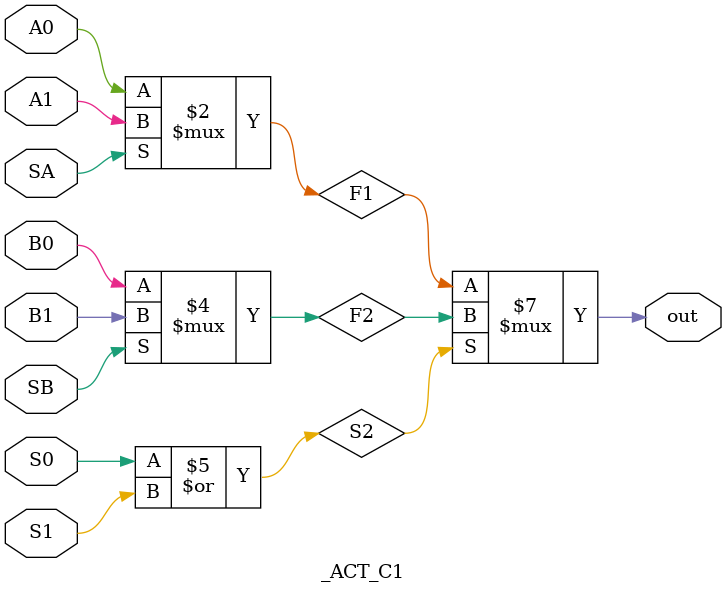
<source format=v>
module _ACT_C1 (
    input A0, A1, SA, B0, B1, SB, S0, S1,

    output out
);
    
    wire F1, F2, S2;

    assign F1 = (SA == 1) ? A1 : A0;
    assign F2 = (SB == 1) ? B1 : B0;
    assign S2 = (S0 | S1);
    assign out = (S2 == 1) ? F2 : F1;

endmodule
</source>
